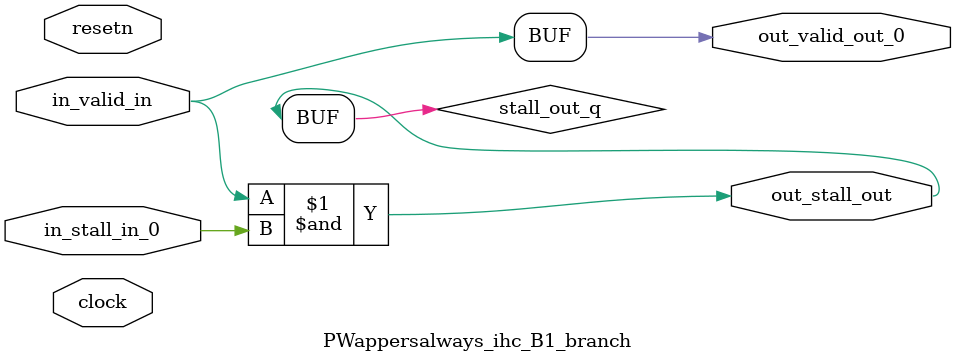
<source format=sv>



(* altera_attribute = "-name AUTO_SHIFT_REGISTER_RECOGNITION OFF; -name MESSAGE_DISABLE 10036; -name MESSAGE_DISABLE 10037; -name MESSAGE_DISABLE 14130; -name MESSAGE_DISABLE 14320; -name MESSAGE_DISABLE 15400; -name MESSAGE_DISABLE 14130; -name MESSAGE_DISABLE 10036; -name MESSAGE_DISABLE 12020; -name MESSAGE_DISABLE 12030; -name MESSAGE_DISABLE 12010; -name MESSAGE_DISABLE 12110; -name MESSAGE_DISABLE 14320; -name MESSAGE_DISABLE 13410; -name MESSAGE_DISABLE 113007; -name MESSAGE_DISABLE 10958" *)
module PWappersalways_ihc_B1_branch (
    input wire [0:0] in_stall_in_0,
    input wire [0:0] in_valid_in,
    output wire [0:0] out_stall_out,
    output wire [0:0] out_valid_out_0,
    input wire clock,
    input wire resetn
    );

    wire [0:0] stall_out_q;


    // stall_out(LOGICAL,6)
    assign stall_out_q = in_valid_in & in_stall_in_0;

    // out_stall_out(GPOUT,4)
    assign out_stall_out = stall_out_q;

    // out_valid_out_0(GPOUT,5)
    assign out_valid_out_0 = in_valid_in;

endmodule

</source>
